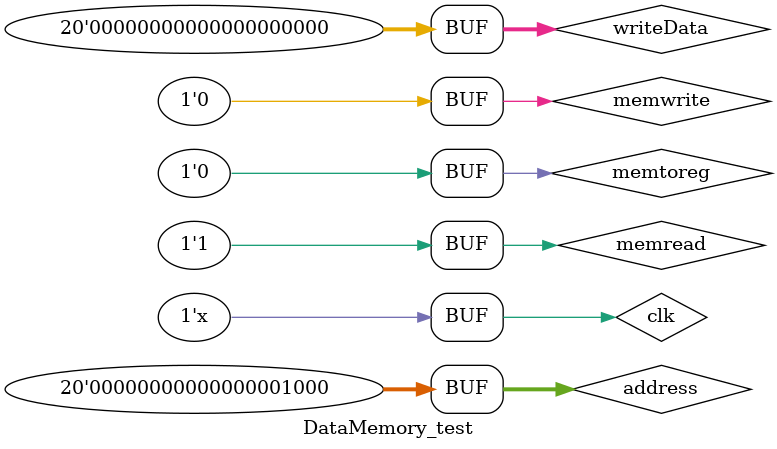
<source format=v>
`timescale 1ns / 1ps


module DataMemory_test;

	// Inputs
	reg [19:0] address;
	reg [19:0] writeData;
	reg memwrite;
	reg memread;
	reg memtoreg;
	reg clk;

	// Outputs
	wire [19:0] readData;

	// Instantiate the Unit Under Test (UUT)
	DataMemory uut (
		.address(address), 
		.writeData(writeData), 
		.memwrite(memwrite), 
		.memread(memread), 
		.memtoreg(memtoreg), 
		.clk(clk), 
		.readData(readData)
	);

	initial begin
		// Initialize Inputs
		address = 0;
		writeData = 0;
		memwrite = 0;
		memread = 0;
		memtoreg = 0;
		clk = 0;

		// Wait 100 ns for global reset to finish
		#100;
        
		// Add stimulus here
		address = 1;
		writeData = 0;
		memwrite = 0;
		memread = 1;
		memtoreg = 1;
		#100;
		
		
		address = 5;
		writeData = 2;
		memwrite = 1;
		memread = 0;
		memtoreg = 1;
		#100;
		
		address = 3;
		writeData = 0;
		memwrite = 0;
		memread = 1;
		memtoreg = 1;
		#100;
		
		address = 4;
		writeData = 0;
		memwrite = 0;
		memread = 1;
		memtoreg = 1;
		#100;
		
		address = 2;
		writeData = 0;
		memwrite = 0;
		memread = 1;
		memtoreg = 0;
		#100;
		
		address = 5;
		writeData = 0;
		memwrite = 0;
		memread = 1;
		memtoreg = 1;
		#100;
		
		address = 8;
		writeData = 12;
		memwrite = 1;
		memread = 0;
		memtoreg = 1;
		#100;
		
		
		address = 8;
		writeData = 0;
		memwrite = 0;
		memread = 1;
		memtoreg = 1;
		#100;
		
		
		address = 8;
		writeData = 0;
		memwrite = 0;
		memread = 1;
		memtoreg = 0;
		#100;

	end 
	always #50 clk = ~clk;
      
endmodule


</source>
